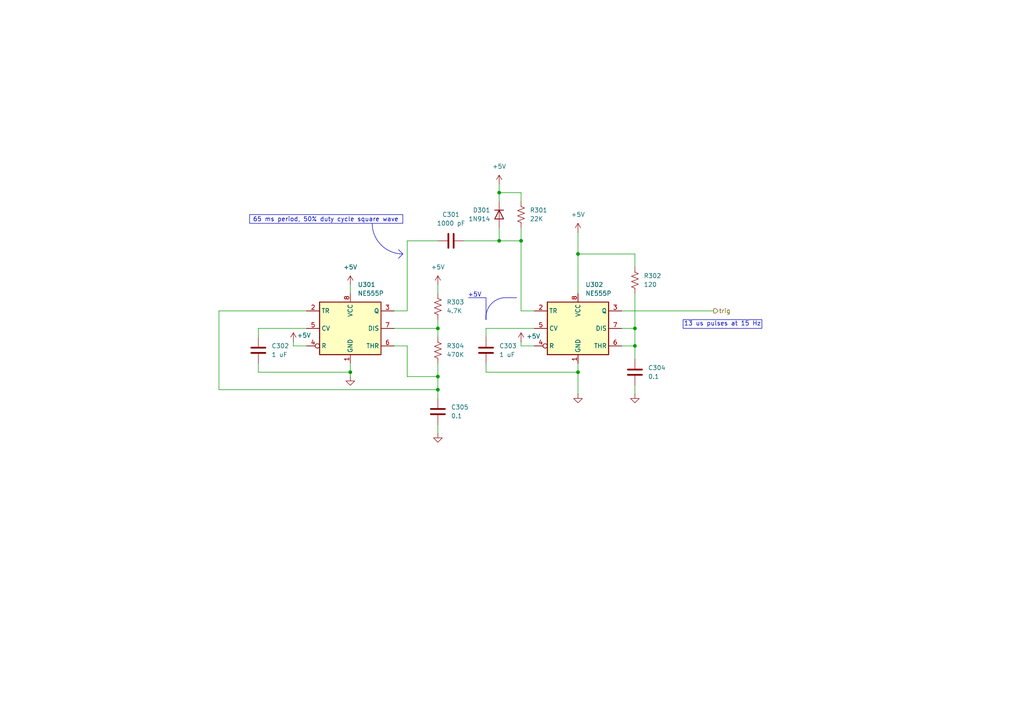
<source format=kicad_sch>
(kicad_sch
	(version 20250114)
	(generator "eeschema")
	(generator_version "9.0")
	(uuid "2dc4bf69-f65c-4fb6-8656-41c0b6e2f158")
	(paper "A4")
	(lib_symbols
		(symbol "Device:C"
			(pin_numbers
				(hide yes)
			)
			(pin_names
				(offset 0.254)
			)
			(exclude_from_sim no)
			(in_bom yes)
			(on_board yes)
			(property "Reference" "C"
				(at 0.635 2.54 0)
				(effects
					(font
						(size 1.27 1.27)
					)
					(justify left)
				)
			)
			(property "Value" "C"
				(at 0.635 -2.54 0)
				(effects
					(font
						(size 1.27 1.27)
					)
					(justify left)
				)
			)
			(property "Footprint" ""
				(at 0.9652 -3.81 0)
				(effects
					(font
						(size 1.27 1.27)
					)
					(hide yes)
				)
			)
			(property "Datasheet" "~"
				(at 0 0 0)
				(effects
					(font
						(size 1.27 1.27)
					)
					(hide yes)
				)
			)
			(property "Description" "Unpolarized capacitor"
				(at 0 0 0)
				(effects
					(font
						(size 1.27 1.27)
					)
					(hide yes)
				)
			)
			(property "ki_keywords" "cap capacitor"
				(at 0 0 0)
				(effects
					(font
						(size 1.27 1.27)
					)
					(hide yes)
				)
			)
			(property "ki_fp_filters" "C_*"
				(at 0 0 0)
				(effects
					(font
						(size 1.27 1.27)
					)
					(hide yes)
				)
			)
			(symbol "C_0_1"
				(polyline
					(pts
						(xy -2.032 0.762) (xy 2.032 0.762)
					)
					(stroke
						(width 0.508)
						(type default)
					)
					(fill
						(type none)
					)
				)
				(polyline
					(pts
						(xy -2.032 -0.762) (xy 2.032 -0.762)
					)
					(stroke
						(width 0.508)
						(type default)
					)
					(fill
						(type none)
					)
				)
			)
			(symbol "C_1_1"
				(pin passive line
					(at 0 3.81 270)
					(length 2.794)
					(name "~"
						(effects
							(font
								(size 1.27 1.27)
							)
						)
					)
					(number "1"
						(effects
							(font
								(size 1.27 1.27)
							)
						)
					)
				)
				(pin passive line
					(at 0 -3.81 90)
					(length 2.794)
					(name "~"
						(effects
							(font
								(size 1.27 1.27)
							)
						)
					)
					(number "2"
						(effects
							(font
								(size 1.27 1.27)
							)
						)
					)
				)
			)
			(embedded_fonts no)
		)
		(symbol "Device:D"
			(pin_numbers
				(hide yes)
			)
			(pin_names
				(offset 1.016)
				(hide yes)
			)
			(exclude_from_sim no)
			(in_bom yes)
			(on_board yes)
			(property "Reference" "D"
				(at 0 2.54 0)
				(effects
					(font
						(size 1.27 1.27)
					)
				)
			)
			(property "Value" "D"
				(at 0 -2.54 0)
				(effects
					(font
						(size 1.27 1.27)
					)
				)
			)
			(property "Footprint" ""
				(at 0 0 0)
				(effects
					(font
						(size 1.27 1.27)
					)
					(hide yes)
				)
			)
			(property "Datasheet" "~"
				(at 0 0 0)
				(effects
					(font
						(size 1.27 1.27)
					)
					(hide yes)
				)
			)
			(property "Description" "Diode"
				(at 0 0 0)
				(effects
					(font
						(size 1.27 1.27)
					)
					(hide yes)
				)
			)
			(property "Sim.Device" "D"
				(at 0 0 0)
				(effects
					(font
						(size 1.27 1.27)
					)
					(hide yes)
				)
			)
			(property "Sim.Pins" "1=K 2=A"
				(at 0 0 0)
				(effects
					(font
						(size 1.27 1.27)
					)
					(hide yes)
				)
			)
			(property "ki_keywords" "diode"
				(at 0 0 0)
				(effects
					(font
						(size 1.27 1.27)
					)
					(hide yes)
				)
			)
			(property "ki_fp_filters" "TO-???* *_Diode_* *SingleDiode* D_*"
				(at 0 0 0)
				(effects
					(font
						(size 1.27 1.27)
					)
					(hide yes)
				)
			)
			(symbol "D_0_1"
				(polyline
					(pts
						(xy -1.27 1.27) (xy -1.27 -1.27)
					)
					(stroke
						(width 0.254)
						(type default)
					)
					(fill
						(type none)
					)
				)
				(polyline
					(pts
						(xy 1.27 1.27) (xy 1.27 -1.27) (xy -1.27 0) (xy 1.27 1.27)
					)
					(stroke
						(width 0.254)
						(type default)
					)
					(fill
						(type none)
					)
				)
				(polyline
					(pts
						(xy 1.27 0) (xy -1.27 0)
					)
					(stroke
						(width 0)
						(type default)
					)
					(fill
						(type none)
					)
				)
			)
			(symbol "D_1_1"
				(pin passive line
					(at -3.81 0 0)
					(length 2.54)
					(name "K"
						(effects
							(font
								(size 1.27 1.27)
							)
						)
					)
					(number "1"
						(effects
							(font
								(size 1.27 1.27)
							)
						)
					)
				)
				(pin passive line
					(at 3.81 0 180)
					(length 2.54)
					(name "A"
						(effects
							(font
								(size 1.27 1.27)
							)
						)
					)
					(number "2"
						(effects
							(font
								(size 1.27 1.27)
							)
						)
					)
				)
			)
			(embedded_fonts no)
		)
		(symbol "Device:R_US"
			(pin_numbers
				(hide yes)
			)
			(pin_names
				(offset 0)
			)
			(exclude_from_sim no)
			(in_bom yes)
			(on_board yes)
			(property "Reference" "R"
				(at 2.54 0 90)
				(effects
					(font
						(size 1.27 1.27)
					)
				)
			)
			(property "Value" "R_US"
				(at -2.54 0 90)
				(effects
					(font
						(size 1.27 1.27)
					)
				)
			)
			(property "Footprint" ""
				(at 1.016 -0.254 90)
				(effects
					(font
						(size 1.27 1.27)
					)
					(hide yes)
				)
			)
			(property "Datasheet" "~"
				(at 0 0 0)
				(effects
					(font
						(size 1.27 1.27)
					)
					(hide yes)
				)
			)
			(property "Description" "Resistor, US symbol"
				(at 0 0 0)
				(effects
					(font
						(size 1.27 1.27)
					)
					(hide yes)
				)
			)
			(property "ki_keywords" "R res resistor"
				(at 0 0 0)
				(effects
					(font
						(size 1.27 1.27)
					)
					(hide yes)
				)
			)
			(property "ki_fp_filters" "R_*"
				(at 0 0 0)
				(effects
					(font
						(size 1.27 1.27)
					)
					(hide yes)
				)
			)
			(symbol "R_US_0_1"
				(polyline
					(pts
						(xy 0 2.286) (xy 0 2.54)
					)
					(stroke
						(width 0)
						(type default)
					)
					(fill
						(type none)
					)
				)
				(polyline
					(pts
						(xy 0 2.286) (xy 1.016 1.905) (xy 0 1.524) (xy -1.016 1.143) (xy 0 0.762)
					)
					(stroke
						(width 0)
						(type default)
					)
					(fill
						(type none)
					)
				)
				(polyline
					(pts
						(xy 0 0.762) (xy 1.016 0.381) (xy 0 0) (xy -1.016 -0.381) (xy 0 -0.762)
					)
					(stroke
						(width 0)
						(type default)
					)
					(fill
						(type none)
					)
				)
				(polyline
					(pts
						(xy 0 -0.762) (xy 1.016 -1.143) (xy 0 -1.524) (xy -1.016 -1.905) (xy 0 -2.286)
					)
					(stroke
						(width 0)
						(type default)
					)
					(fill
						(type none)
					)
				)
				(polyline
					(pts
						(xy 0 -2.286) (xy 0 -2.54)
					)
					(stroke
						(width 0)
						(type default)
					)
					(fill
						(type none)
					)
				)
			)
			(symbol "R_US_1_1"
				(pin passive line
					(at 0 3.81 270)
					(length 1.27)
					(name "~"
						(effects
							(font
								(size 1.27 1.27)
							)
						)
					)
					(number "1"
						(effects
							(font
								(size 1.27 1.27)
							)
						)
					)
				)
				(pin passive line
					(at 0 -3.81 90)
					(length 1.27)
					(name "~"
						(effects
							(font
								(size 1.27 1.27)
							)
						)
					)
					(number "2"
						(effects
							(font
								(size 1.27 1.27)
							)
						)
					)
				)
			)
			(embedded_fonts no)
		)
		(symbol "Timer:NE555P"
			(exclude_from_sim no)
			(in_bom yes)
			(on_board yes)
			(property "Reference" "U"
				(at -10.16 8.89 0)
				(effects
					(font
						(size 1.27 1.27)
					)
					(justify left)
				)
			)
			(property "Value" "NE555P"
				(at 2.54 8.89 0)
				(effects
					(font
						(size 1.27 1.27)
					)
					(justify left)
				)
			)
			(property "Footprint" "Package_DIP:DIP-8_W7.62mm"
				(at 16.51 -10.16 0)
				(effects
					(font
						(size 1.27 1.27)
					)
					(hide yes)
				)
			)
			(property "Datasheet" "http://www.ti.com/lit/ds/symlink/ne555.pdf"
				(at 21.59 -10.16 0)
				(effects
					(font
						(size 1.27 1.27)
					)
					(hide yes)
				)
			)
			(property "Description" "Precision Timers, 555 compatible,  PDIP-8"
				(at 0 0 0)
				(effects
					(font
						(size 1.27 1.27)
					)
					(hide yes)
				)
			)
			(property "ki_keywords" "single timer 555"
				(at 0 0 0)
				(effects
					(font
						(size 1.27 1.27)
					)
					(hide yes)
				)
			)
			(property "ki_fp_filters" "DIP*W7.62mm*"
				(at 0 0 0)
				(effects
					(font
						(size 1.27 1.27)
					)
					(hide yes)
				)
			)
			(symbol "NE555P_0_0"
				(pin power_in line
					(at 0 10.16 270)
					(length 2.54)
					(name "VCC"
						(effects
							(font
								(size 1.27 1.27)
							)
						)
					)
					(number "8"
						(effects
							(font
								(size 1.27 1.27)
							)
						)
					)
				)
				(pin power_in line
					(at 0 -10.16 90)
					(length 2.54)
					(name "GND"
						(effects
							(font
								(size 1.27 1.27)
							)
						)
					)
					(number "1"
						(effects
							(font
								(size 1.27 1.27)
							)
						)
					)
				)
			)
			(symbol "NE555P_0_1"
				(rectangle
					(start -8.89 -7.62)
					(end 8.89 7.62)
					(stroke
						(width 0.254)
						(type default)
					)
					(fill
						(type background)
					)
				)
				(rectangle
					(start -8.89 -7.62)
					(end 8.89 7.62)
					(stroke
						(width 0.254)
						(type default)
					)
					(fill
						(type background)
					)
				)
			)
			(symbol "NE555P_1_1"
				(pin input line
					(at -12.7 5.08 0)
					(length 3.81)
					(name "TR"
						(effects
							(font
								(size 1.27 1.27)
							)
						)
					)
					(number "2"
						(effects
							(font
								(size 1.27 1.27)
							)
						)
					)
				)
				(pin input line
					(at -12.7 0 0)
					(length 3.81)
					(name "CV"
						(effects
							(font
								(size 1.27 1.27)
							)
						)
					)
					(number "5"
						(effects
							(font
								(size 1.27 1.27)
							)
						)
					)
				)
				(pin input inverted
					(at -12.7 -5.08 0)
					(length 3.81)
					(name "R"
						(effects
							(font
								(size 1.27 1.27)
							)
						)
					)
					(number "4"
						(effects
							(font
								(size 1.27 1.27)
							)
						)
					)
				)
				(pin output line
					(at 12.7 5.08 180)
					(length 3.81)
					(name "Q"
						(effects
							(font
								(size 1.27 1.27)
							)
						)
					)
					(number "3"
						(effects
							(font
								(size 1.27 1.27)
							)
						)
					)
				)
				(pin input line
					(at 12.7 0 180)
					(length 3.81)
					(name "DIS"
						(effects
							(font
								(size 1.27 1.27)
							)
						)
					)
					(number "7"
						(effects
							(font
								(size 1.27 1.27)
							)
						)
					)
				)
				(pin input line
					(at 12.7 -5.08 180)
					(length 3.81)
					(name "THR"
						(effects
							(font
								(size 1.27 1.27)
							)
						)
					)
					(number "6"
						(effects
							(font
								(size 1.27 1.27)
							)
						)
					)
				)
			)
			(embedded_fonts no)
		)
		(symbol "power:+5V"
			(power)
			(pin_numbers
				(hide yes)
			)
			(pin_names
				(offset 0)
				(hide yes)
			)
			(exclude_from_sim no)
			(in_bom yes)
			(on_board yes)
			(property "Reference" "#PWR"
				(at 0 -3.81 0)
				(effects
					(font
						(size 1.27 1.27)
					)
					(hide yes)
				)
			)
			(property "Value" "+5V"
				(at 0 3.556 0)
				(effects
					(font
						(size 1.27 1.27)
					)
				)
			)
			(property "Footprint" ""
				(at 0 0 0)
				(effects
					(font
						(size 1.27 1.27)
					)
					(hide yes)
				)
			)
			(property "Datasheet" ""
				(at 0 0 0)
				(effects
					(font
						(size 1.27 1.27)
					)
					(hide yes)
				)
			)
			(property "Description" "Power symbol creates a global label with name \"+5V\""
				(at 0 0 0)
				(effects
					(font
						(size 1.27 1.27)
					)
					(hide yes)
				)
			)
			(property "ki_keywords" "global power"
				(at 0 0 0)
				(effects
					(font
						(size 1.27 1.27)
					)
					(hide yes)
				)
			)
			(symbol "+5V_0_1"
				(polyline
					(pts
						(xy -0.762 1.27) (xy 0 2.54)
					)
					(stroke
						(width 0)
						(type default)
					)
					(fill
						(type none)
					)
				)
				(polyline
					(pts
						(xy 0 2.54) (xy 0.762 1.27)
					)
					(stroke
						(width 0)
						(type default)
					)
					(fill
						(type none)
					)
				)
				(polyline
					(pts
						(xy 0 0) (xy 0 2.54)
					)
					(stroke
						(width 0)
						(type default)
					)
					(fill
						(type none)
					)
				)
			)
			(symbol "+5V_1_1"
				(pin power_in line
					(at 0 0 90)
					(length 0)
					(name "~"
						(effects
							(font
								(size 1.27 1.27)
							)
						)
					)
					(number "1"
						(effects
							(font
								(size 1.27 1.27)
							)
						)
					)
				)
			)
			(embedded_fonts no)
		)
		(symbol "power:GND"
			(power)
			(pin_numbers
				(hide yes)
			)
			(pin_names
				(offset 0)
				(hide yes)
			)
			(exclude_from_sim no)
			(in_bom yes)
			(on_board yes)
			(property "Reference" "#PWR"
				(at 0 -6.35 0)
				(effects
					(font
						(size 1.27 1.27)
					)
					(hide yes)
				)
			)
			(property "Value" "GND"
				(at 0 -3.81 0)
				(effects
					(font
						(size 1.27 1.27)
					)
				)
			)
			(property "Footprint" ""
				(at 0 0 0)
				(effects
					(font
						(size 1.27 1.27)
					)
					(hide yes)
				)
			)
			(property "Datasheet" ""
				(at 0 0 0)
				(effects
					(font
						(size 1.27 1.27)
					)
					(hide yes)
				)
			)
			(property "Description" "Power symbol creates a global label with name \"GND\" , ground"
				(at 0 0 0)
				(effects
					(font
						(size 1.27 1.27)
					)
					(hide yes)
				)
			)
			(property "ki_keywords" "global power"
				(at 0 0 0)
				(effects
					(font
						(size 1.27 1.27)
					)
					(hide yes)
				)
			)
			(symbol "GND_0_1"
				(polyline
					(pts
						(xy 0 0) (xy 0 -1.27) (xy 1.27 -1.27) (xy 0 -2.54) (xy -1.27 -1.27) (xy 0 -1.27)
					)
					(stroke
						(width 0)
						(type default)
					)
					(fill
						(type none)
					)
				)
			)
			(symbol "GND_1_1"
				(pin power_in line
					(at 0 0 270)
					(length 0)
					(name "~"
						(effects
							(font
								(size 1.27 1.27)
							)
						)
					)
					(number "1"
						(effects
							(font
								(size 1.27 1.27)
							)
						)
					)
				)
			)
			(embedded_fonts no)
		)
	)
	(arc
		(start 116.84 73.66)
		(mid 110.5538 71.0562)
		(end 107.95 64.77)
		(stroke
			(width 0)
			(type solid)
		)
		(fill
			(type none)
		)
		(uuid 13774db8-e855-4671-87b5-d445b5e25bc1)
	)
	(rectangle
		(start 198.12 92.71)
		(end 220.98 95.25)
		(stroke
			(width 0)
			(type default)
		)
		(fill
			(type none)
		)
		(uuid 7979dc21-5510-4875-98ff-790cfdeeaaf4)
	)
	(rectangle
		(start 72.39 62.23)
		(end 116.84 64.77)
		(stroke
			(width 0)
			(type default)
		)
		(fill
			(type none)
		)
		(uuid b99d0ce2-db6b-40cc-94c1-e42e54d414fb)
	)
	(arc
		(start 140.97 92.71)
		(mid 142.1949 88.4829)
		(end 146.05 86.36)
		(stroke
			(width 0)
			(type default)
		)
		(fill
			(type none)
		)
		(uuid c028ae72-9613-44a0-a697-3c0b2d4a73b1)
	)
	(text "+5V"
		(exclude_from_sim no)
		(at 137.668 85.598 0)
		(effects
			(font
				(size 1.27 1.27)
			)
		)
		(uuid "67f552d1-aa63-4b0c-b770-83d112ad03d1")
	)
	(text "13 us pulses at 15 Hz"
		(exclude_from_sim no)
		(at 209.55 93.98 0)
		(effects
			(font
				(size 1.27 1.27)
			)
		)
		(uuid "851c5935-3af9-4d8d-963c-3fa810233fe3")
	)
	(text "65 ms period, 50% duty cycle square wave"
		(exclude_from_sim no)
		(at 94.488 63.754 0)
		(effects
			(font
				(size 1.27 1.27)
			)
		)
		(uuid "febc7bc2-c694-4193-909c-f189c407c760")
	)
	(junction
		(at 144.78 55.88)
		(diameter 0)
		(color 0 0 0 0)
		(uuid "0647dc4b-07e9-4c19-8636-f16816f3c647")
	)
	(junction
		(at 127 113.03)
		(diameter 0)
		(color 0 0 0 0)
		(uuid "19517429-b1b9-44af-8bdd-8d6290d10564")
	)
	(junction
		(at 127 95.25)
		(diameter 0)
		(color 0 0 0 0)
		(uuid "1ddcd147-91e0-4dff-ac07-d1e527b9f523")
	)
	(junction
		(at 167.64 107.95)
		(diameter 0)
		(color 0 0 0 0)
		(uuid "1f554d1d-a2a8-45bf-b969-a8b3f899e8a5")
	)
	(junction
		(at 144.78 69.85)
		(diameter 0)
		(color 0 0 0 0)
		(uuid "1fcf6a2e-3f72-4604-80a1-3c8c6e8f1ec8")
	)
	(junction
		(at 184.15 95.25)
		(diameter 0)
		(color 0 0 0 0)
		(uuid "3239f451-757e-4ea0-be05-438e59fd360b")
	)
	(junction
		(at 167.64 73.66)
		(diameter 0)
		(color 0 0 0 0)
		(uuid "344c1ed4-cb30-4cfe-8c44-4ba3c9c0f55e")
	)
	(junction
		(at 151.13 69.85)
		(diameter 0)
		(color 0 0 0 0)
		(uuid "3f2b5e3e-3929-4af7-a250-a6f6487859a9")
	)
	(junction
		(at 127 109.22)
		(diameter 0)
		(color 0 0 0 0)
		(uuid "b3c09be9-ba78-458f-9e07-57952c4aeee0")
	)
	(junction
		(at 101.6 107.95)
		(diameter 0)
		(color 0 0 0 0)
		(uuid "c5d17cdf-51c5-41a0-824e-bb37a3362011")
	)
	(junction
		(at 184.15 100.33)
		(diameter 0)
		(color 0 0 0 0)
		(uuid "f368a674-8e10-46f3-a0b5-16fef485fca5")
	)
	(wire
		(pts
			(xy 118.11 69.85) (xy 127 69.85)
		)
		(stroke
			(width 0)
			(type default)
		)
		(uuid "0161e843-5e7b-481a-9a54-03b27556dc4b")
	)
	(wire
		(pts
			(xy 184.15 111.76) (xy 184.15 114.3)
		)
		(stroke
			(width 0)
			(type default)
		)
		(uuid "0a3623fd-d95e-41b5-894e-e1fc1d416796")
	)
	(wire
		(pts
			(xy 184.15 73.66) (xy 167.64 73.66)
		)
		(stroke
			(width 0)
			(type default)
		)
		(uuid "0effbf8c-371d-42b5-8d8d-e54af35b13d9")
	)
	(wire
		(pts
			(xy 127 92.71) (xy 127 95.25)
		)
		(stroke
			(width 0)
			(type default)
		)
		(uuid "24aee4dd-59fe-4b14-8ed8-3f845348c168")
	)
	(wire
		(pts
			(xy 184.15 95.25) (xy 184.15 100.33)
		)
		(stroke
			(width 0)
			(type default)
		)
		(uuid "26fe0f2b-9e1d-47be-92d8-ba6ba1af8bb7")
	)
	(wire
		(pts
			(xy 114.3 100.33) (xy 118.11 100.33)
		)
		(stroke
			(width 0)
			(type default)
		)
		(uuid "27e2e93f-c034-4fd1-aebd-016f7746537e")
	)
	(wire
		(pts
			(xy 101.6 105.41) (xy 101.6 107.95)
		)
		(stroke
			(width 0)
			(type default)
		)
		(uuid "28e36a96-a931-4817-989a-1f15446d3f53")
	)
	(wire
		(pts
			(xy 144.78 53.34) (xy 144.78 55.88)
		)
		(stroke
			(width 0)
			(type default)
		)
		(uuid "2e678bb3-f749-4686-82d6-d8a07c88a594")
	)
	(polyline
		(pts
			(xy 140.97 86.36) (xy 140.97 92.71)
		)
		(stroke
			(width 0)
			(type default)
		)
		(uuid "316357bc-6815-459a-aae7-f63164e049a7")
	)
	(wire
		(pts
			(xy 151.13 90.17) (xy 154.94 90.17)
		)
		(stroke
			(width 0)
			(type default)
		)
		(uuid "3553413e-5189-46ce-a637-f6f3319b7357")
	)
	(wire
		(pts
			(xy 85.09 99.06) (xy 85.09 100.33)
		)
		(stroke
			(width 0)
			(type default)
		)
		(uuid "377a3d49-1dcf-4225-b5ce-47607f91ec25")
	)
	(wire
		(pts
			(xy 88.9 95.25) (xy 74.93 95.25)
		)
		(stroke
			(width 0)
			(type default)
		)
		(uuid "38750cd3-4fad-4653-8ed3-ca5428f7d9fd")
	)
	(wire
		(pts
			(xy 151.13 55.88) (xy 144.78 55.88)
		)
		(stroke
			(width 0)
			(type default)
		)
		(uuid "3c0981b4-5155-43d7-8ec5-5d07cf061b3f")
	)
	(wire
		(pts
			(xy 127 109.22) (xy 127 113.03)
		)
		(stroke
			(width 0)
			(type default)
		)
		(uuid "402982ac-3962-41b6-b97f-5f7b437b1471")
	)
	(wire
		(pts
			(xy 118.11 109.22) (xy 127 109.22)
		)
		(stroke
			(width 0)
			(type default)
		)
		(uuid "4260f80b-6a5d-41c7-a085-419c57fbd414")
	)
	(wire
		(pts
			(xy 151.13 100.33) (xy 154.94 100.33)
		)
		(stroke
			(width 0)
			(type default)
		)
		(uuid "44807715-0d46-4b29-835a-cc505dfb96fe")
	)
	(wire
		(pts
			(xy 127 85.09) (xy 127 82.55)
		)
		(stroke
			(width 0)
			(type default)
		)
		(uuid "4a163f8c-f0a6-4335-90df-1b2060743524")
	)
	(wire
		(pts
			(xy 180.34 100.33) (xy 184.15 100.33)
		)
		(stroke
			(width 0)
			(type default)
		)
		(uuid "4ba2b872-6ff0-41f9-a816-59083e038eb1")
	)
	(wire
		(pts
			(xy 151.13 99.06) (xy 151.13 100.33)
		)
		(stroke
			(width 0)
			(type default)
		)
		(uuid "5a93bf7e-0645-4fc4-875d-d1fdad911ca6")
	)
	(wire
		(pts
			(xy 88.9 90.17) (xy 63.5 90.17)
		)
		(stroke
			(width 0)
			(type default)
		)
		(uuid "5eb96f9f-543f-42cd-9501-d8f6c9f9e307")
	)
	(wire
		(pts
			(xy 118.11 100.33) (xy 118.11 109.22)
		)
		(stroke
			(width 0)
			(type default)
		)
		(uuid "652dcd57-119a-43f0-a0bb-9740a1a103f8")
	)
	(wire
		(pts
			(xy 184.15 100.33) (xy 184.15 104.14)
		)
		(stroke
			(width 0)
			(type default)
		)
		(uuid "654da0a4-9a1b-4e38-9b2d-b9c2b7f0f92d")
	)
	(wire
		(pts
			(xy 151.13 66.04) (xy 151.13 69.85)
		)
		(stroke
			(width 0)
			(type default)
		)
		(uuid "71b16edf-c8ad-409a-b318-427e0b9e9966")
	)
	(wire
		(pts
			(xy 167.64 73.66) (xy 167.64 85.09)
		)
		(stroke
			(width 0)
			(type default)
		)
		(uuid "740c2481-15ee-4da2-b230-b7ff964fb43a")
	)
	(wire
		(pts
			(xy 167.64 107.95) (xy 167.64 114.3)
		)
		(stroke
			(width 0)
			(type default)
		)
		(uuid "78c32e60-e4f6-4756-9672-5ea7eea838af")
	)
	(wire
		(pts
			(xy 74.93 95.25) (xy 74.93 97.79)
		)
		(stroke
			(width 0)
			(type default)
		)
		(uuid "791c2e52-b86d-46e1-bc4e-f846fdec8b81")
	)
	(wire
		(pts
			(xy 74.93 105.41) (xy 74.93 107.95)
		)
		(stroke
			(width 0)
			(type default)
		)
		(uuid "7ba3d01f-bb92-4197-a736-66598390980b")
	)
	(wire
		(pts
			(xy 140.97 107.95) (xy 140.97 105.41)
		)
		(stroke
			(width 0)
			(type default)
		)
		(uuid "7deae053-f5f8-40d4-a198-15aad041451a")
	)
	(wire
		(pts
			(xy 101.6 107.95) (xy 101.6 109.22)
		)
		(stroke
			(width 0)
			(type default)
		)
		(uuid "891c1fca-1858-4e46-8c61-13b3436d5c29")
	)
	(polyline
		(pts
			(xy 115.57 72.39) (xy 116.84 73.66)
		)
		(stroke
			(width 0)
			(type default)
		)
		(uuid "96e82c4f-3bec-4083-91f1-cf31e95f00fd")
	)
	(wire
		(pts
			(xy 167.64 105.41) (xy 167.64 107.95)
		)
		(stroke
			(width 0)
			(type default)
		)
		(uuid "99df4024-2de0-4304-be6d-e1150245f57d")
	)
	(wire
		(pts
			(xy 180.34 95.25) (xy 184.15 95.25)
		)
		(stroke
			(width 0)
			(type default)
		)
		(uuid "9ac8fd37-01d7-41a7-b8f5-d2fd63a41776")
	)
	(wire
		(pts
			(xy 144.78 66.04) (xy 144.78 69.85)
		)
		(stroke
			(width 0)
			(type default)
		)
		(uuid "9bf4d59b-f7af-4184-bce1-29842dac12d0")
	)
	(wire
		(pts
			(xy 114.3 95.25) (xy 127 95.25)
		)
		(stroke
			(width 0)
			(type default)
		)
		(uuid "a25c187b-842f-464e-9e4f-a6607e29f41f")
	)
	(wire
		(pts
			(xy 127 113.03) (xy 127 115.57)
		)
		(stroke
			(width 0)
			(type default)
		)
		(uuid "a8e9aace-021c-43e2-9f8f-57bd54aa8843")
	)
	(wire
		(pts
			(xy 114.3 90.17) (xy 118.11 90.17)
		)
		(stroke
			(width 0)
			(type default)
		)
		(uuid "a8e9c7ee-de1c-4326-b6dd-151b11decb94")
	)
	(wire
		(pts
			(xy 63.5 113.03) (xy 127 113.03)
		)
		(stroke
			(width 0)
			(type default)
		)
		(uuid "ab832cf2-d195-477a-9158-9e7e23281dd5")
	)
	(wire
		(pts
			(xy 134.62 69.85) (xy 144.78 69.85)
		)
		(stroke
			(width 0)
			(type default)
		)
		(uuid "aec9158e-6fd3-4aa4-85b8-127c1a371dd5")
	)
	(wire
		(pts
			(xy 184.15 77.47) (xy 184.15 73.66)
		)
		(stroke
			(width 0)
			(type default)
		)
		(uuid "af3150e0-cc05-4bc9-b92e-b38bb4bb041b")
	)
	(wire
		(pts
			(xy 154.94 95.25) (xy 140.97 95.25)
		)
		(stroke
			(width 0)
			(type default)
		)
		(uuid "b3fccef4-180b-4d13-961c-af382fe35b1a")
	)
	(wire
		(pts
			(xy 151.13 69.85) (xy 144.78 69.85)
		)
		(stroke
			(width 0)
			(type default)
		)
		(uuid "b4a4c736-8bf9-4964-a805-d63985fd49fb")
	)
	(polyline
		(pts
			(xy 115.57 74.93) (xy 116.84 73.66)
		)
		(stroke
			(width 0)
			(type default)
		)
		(uuid "bb9388d1-f803-4e69-a054-cbb4201de300")
	)
	(wire
		(pts
			(xy 184.15 85.09) (xy 184.15 95.25)
		)
		(stroke
			(width 0)
			(type default)
		)
		(uuid "bd17bad4-2fbb-4e8e-8d3b-d9344de0244a")
	)
	(polyline
		(pts
			(xy 146.05 86.36) (xy 149.86 86.36)
		)
		(stroke
			(width 0)
			(type default)
		)
		(uuid "c1d41c36-995e-46ef-9137-54d59c309400")
	)
	(wire
		(pts
			(xy 127 105.41) (xy 127 109.22)
		)
		(stroke
			(width 0)
			(type default)
		)
		(uuid "c285b2fd-fb9e-40b7-b307-896749164ef1")
	)
	(wire
		(pts
			(xy 207.01 90.17) (xy 180.34 90.17)
		)
		(stroke
			(width 0)
			(type default)
		)
		(uuid "c4f13192-fcd8-455f-a4a4-c47eaf66dcf0")
	)
	(wire
		(pts
			(xy 167.64 107.95) (xy 140.97 107.95)
		)
		(stroke
			(width 0)
			(type default)
		)
		(uuid "c84bdb32-32d9-48e7-89a3-4de5cb2a7d9e")
	)
	(wire
		(pts
			(xy 127 123.19) (xy 127 125.73)
		)
		(stroke
			(width 0)
			(type default)
		)
		(uuid "cbc8cd35-2504-4b19-9b9a-dfcc570ad14e")
	)
	(wire
		(pts
			(xy 85.09 100.33) (xy 88.9 100.33)
		)
		(stroke
			(width 0)
			(type default)
		)
		(uuid "d2a16c9c-28d4-4501-95af-b61766f0434e")
	)
	(polyline
		(pts
			(xy 135.89 86.36) (xy 140.97 86.36)
		)
		(stroke
			(width 0)
			(type default)
		)
		(uuid "d351b4cc-1b40-4b74-b6a1-339157536eef")
	)
	(wire
		(pts
			(xy 151.13 69.85) (xy 151.13 90.17)
		)
		(stroke
			(width 0)
			(type default)
		)
		(uuid "d5764255-1e76-4caf-869e-2326b953d495")
	)
	(wire
		(pts
			(xy 118.11 69.85) (xy 118.11 90.17)
		)
		(stroke
			(width 0)
			(type default)
		)
		(uuid "e90580b5-2054-4220-9d9d-85d2c93898b7")
	)
	(wire
		(pts
			(xy 144.78 55.88) (xy 144.78 58.42)
		)
		(stroke
			(width 0)
			(type default)
		)
		(uuid "ea46f891-7a74-401b-952d-6ab2cdd86350")
	)
	(wire
		(pts
			(xy 127 95.25) (xy 127 97.79)
		)
		(stroke
			(width 0)
			(type default)
		)
		(uuid "ee3b2e25-b408-4de2-8d39-eb52682be294")
	)
	(wire
		(pts
			(xy 167.64 67.31) (xy 167.64 73.66)
		)
		(stroke
			(width 0)
			(type default)
		)
		(uuid "eeb9e18e-a031-4dbe-af6e-d19ccabf6020")
	)
	(wire
		(pts
			(xy 63.5 90.17) (xy 63.5 113.03)
		)
		(stroke
			(width 0)
			(type default)
		)
		(uuid "eee4c97f-4048-4c5e-8212-16c135937296")
	)
	(wire
		(pts
			(xy 74.93 107.95) (xy 101.6 107.95)
		)
		(stroke
			(width 0)
			(type default)
		)
		(uuid "f38f1e79-5651-4045-b5ab-88ebbe33ebc4")
	)
	(wire
		(pts
			(xy 151.13 58.42) (xy 151.13 55.88)
		)
		(stroke
			(width 0)
			(type default)
		)
		(uuid "f40c231e-d148-4129-825d-bb3be6b30a1a")
	)
	(wire
		(pts
			(xy 101.6 82.55) (xy 101.6 85.09)
		)
		(stroke
			(width 0)
			(type default)
		)
		(uuid "f601dd19-40b4-4c16-ac10-ebb2773965b3")
	)
	(wire
		(pts
			(xy 140.97 95.25) (xy 140.97 97.79)
		)
		(stroke
			(width 0)
			(type default)
		)
		(uuid "fd4f348f-da5d-476c-b391-db2720c82f0e")
	)
	(hierarchical_label "trig"
		(shape output)
		(at 207.01 90.17 0)
		(effects
			(font
				(size 1.27 1.27)
			)
			(justify left)
		)
		(uuid "48b4cf28-b6f2-4727-bf9d-fa7a08749c24")
	)
	(symbol
		(lib_id "Device:D")
		(at 144.78 62.23 90)
		(mirror x)
		(unit 1)
		(exclude_from_sim no)
		(in_bom yes)
		(on_board yes)
		(dnp no)
		(uuid "079a4520-4d98-4580-919c-da0819cdd6a2")
		(property "Reference" "D301"
			(at 142.24 60.9599 90)
			(effects
				(font
					(size 1.27 1.27)
				)
				(justify left)
			)
		)
		(property "Value" "1N914"
			(at 142.24 63.4999 90)
			(effects
				(font
					(size 1.27 1.27)
				)
				(justify left)
			)
		)
		(property "Footprint" ""
			(at 144.78 62.23 0)
			(effects
				(font
					(size 1.27 1.27)
				)
				(hide yes)
			)
		)
		(property "Datasheet" "~"
			(at 144.78 62.23 0)
			(effects
				(font
					(size 1.27 1.27)
				)
				(hide yes)
			)
		)
		(property "Description" "Diode"
			(at 144.78 62.23 0)
			(effects
				(font
					(size 1.27 1.27)
				)
				(hide yes)
			)
		)
		(property "Sim.Device" "D"
			(at 144.78 62.23 0)
			(effects
				(font
					(size 1.27 1.27)
				)
				(hide yes)
			)
		)
		(property "Sim.Pins" "1=K 2=A"
			(at 144.78 62.23 0)
			(effects
				(font
					(size 1.27 1.27)
				)
				(hide yes)
			)
		)
		(pin "1"
			(uuid "e0074455-cd96-4f65-b449-ba97f24365a4")
		)
		(pin "2"
			(uuid "ce1bda69-9757-4157-8efb-9fcbdeda8fab")
		)
		(instances
			(project "garagelights"
				(path "/8304b3b7-1ae3-4935-a8ef-a9ab1b0a3004/b4308d9c-aa08-44cc-af58-c75020870cc7"
					(reference "D301")
					(unit 1)
				)
			)
		)
	)
	(symbol
		(lib_id "power:+5V")
		(at 85.09 99.06 0)
		(unit 1)
		(exclude_from_sim no)
		(in_bom yes)
		(on_board yes)
		(dnp no)
		(uuid "0e47908d-672a-48fb-a4da-9d0dcd034c54")
		(property "Reference" "#PWR0305"
			(at 85.09 102.87 0)
			(effects
				(font
					(size 1.27 1.27)
				)
				(hide yes)
			)
		)
		(property "Value" "+5V"
			(at 88.138 97.282 0)
			(effects
				(font
					(size 1.27 1.27)
				)
			)
		)
		(property "Footprint" ""
			(at 85.09 99.06 0)
			(effects
				(font
					(size 1.27 1.27)
				)
				(hide yes)
			)
		)
		(property "Datasheet" ""
			(at 85.09 99.06 0)
			(effects
				(font
					(size 1.27 1.27)
				)
				(hide yes)
			)
		)
		(property "Description" "Power symbol creates a global label with name \"+5V\""
			(at 85.09 99.06 0)
			(effects
				(font
					(size 1.27 1.27)
				)
				(hide yes)
			)
		)
		(pin "1"
			(uuid "a11034fe-3fd2-4e00-9543-f8654bc8c125")
		)
		(instances
			(project "garagelights"
				(path "/8304b3b7-1ae3-4935-a8ef-a9ab1b0a3004/b4308d9c-aa08-44cc-af58-c75020870cc7"
					(reference "#PWR0305")
					(unit 1)
				)
			)
		)
	)
	(symbol
		(lib_id "Timer:NE555P")
		(at 101.6 95.25 0)
		(unit 1)
		(exclude_from_sim no)
		(in_bom yes)
		(on_board yes)
		(dnp no)
		(fields_autoplaced yes)
		(uuid "16895800-9465-44b3-a96b-9799ba7a49ab")
		(property "Reference" "U301"
			(at 103.7433 82.55 0)
			(effects
				(font
					(size 1.27 1.27)
				)
				(justify left)
			)
		)
		(property "Value" "NE555P"
			(at 103.7433 85.09 0)
			(effects
				(font
					(size 1.27 1.27)
				)
				(justify left)
			)
		)
		(property "Footprint" "Package_DIP:DIP-8_W7.62mm"
			(at 118.11 105.41 0)
			(effects
				(font
					(size 1.27 1.27)
				)
				(hide yes)
			)
		)
		(property "Datasheet" "http://www.ti.com/lit/ds/symlink/ne555.pdf"
			(at 123.19 105.41 0)
			(effects
				(font
					(size 1.27 1.27)
				)
				(hide yes)
			)
		)
		(property "Description" "Precision Timers, 555 compatible,  PDIP-8"
			(at 101.6 95.25 0)
			(effects
				(font
					(size 1.27 1.27)
				)
				(hide yes)
			)
		)
		(pin "7"
			(uuid "df9a14f1-058e-4aaf-a7c3-0402973e85e2")
		)
		(pin "8"
			(uuid "d479fe91-7819-4fe1-8745-be0627398805")
		)
		(pin "2"
			(uuid "b7fe36ef-a9b4-4233-920a-809defa1c01f")
		)
		(pin "1"
			(uuid "27809bf2-15d4-443b-9a29-bf209247dacd")
		)
		(pin "5"
			(uuid "9b3371b3-e91b-4aa1-8c4c-bc6fc04b8eea")
		)
		(pin "3"
			(uuid "5cd3188c-c66a-4669-9d15-afdef1ed2b90")
		)
		(pin "6"
			(uuid "9ee00a07-37a2-45b6-80ae-f6905b30bee2")
		)
		(pin "4"
			(uuid "dd3de629-114c-4d00-a509-7d92ff5f7a19")
		)
		(instances
			(project "garagelights"
				(path "/8304b3b7-1ae3-4935-a8ef-a9ab1b0a3004/b4308d9c-aa08-44cc-af58-c75020870cc7"
					(reference "U301")
					(unit 1)
				)
			)
		)
	)
	(symbol
		(lib_id "Device:R_US")
		(at 184.15 81.28 0)
		(unit 1)
		(exclude_from_sim no)
		(in_bom yes)
		(on_board yes)
		(dnp no)
		(fields_autoplaced yes)
		(uuid "295b1f0f-8640-4e45-929f-eddd3049691e")
		(property "Reference" "R302"
			(at 186.69 80.0099 0)
			(effects
				(font
					(size 1.27 1.27)
				)
				(justify left)
			)
		)
		(property "Value" "120"
			(at 186.69 82.5499 0)
			(effects
				(font
					(size 1.27 1.27)
				)
				(justify left)
			)
		)
		(property "Footprint" ""
			(at 185.166 81.534 90)
			(effects
				(font
					(size 1.27 1.27)
				)
				(hide yes)
			)
		)
		(property "Datasheet" "~"
			(at 184.15 81.28 0)
			(effects
				(font
					(size 1.27 1.27)
				)
				(hide yes)
			)
		)
		(property "Description" "Resistor, US symbol"
			(at 184.15 81.28 0)
			(effects
				(font
					(size 1.27 1.27)
				)
				(hide yes)
			)
		)
		(pin "1"
			(uuid "a0c4cabe-8619-4a40-91b1-9361cc016efb")
		)
		(pin "2"
			(uuid "e0be1b67-fdeb-4955-baa7-148931a9ad48")
		)
		(instances
			(project ""
				(path "/8304b3b7-1ae3-4935-a8ef-a9ab1b0a3004/b4308d9c-aa08-44cc-af58-c75020870cc7"
					(reference "R302")
					(unit 1)
				)
			)
		)
	)
	(symbol
		(lib_id "power:GND")
		(at 101.6 109.22 0)
		(unit 1)
		(exclude_from_sim no)
		(in_bom yes)
		(on_board yes)
		(dnp no)
		(fields_autoplaced yes)
		(uuid "296566bd-266b-451c-97c4-3005be925c4f")
		(property "Reference" "#PWR0307"
			(at 101.6 115.57 0)
			(effects
				(font
					(size 1.27 1.27)
				)
				(hide yes)
			)
		)
		(property "Value" "GND"
			(at 101.6 114.3 0)
			(effects
				(font
					(size 1.27 1.27)
				)
				(hide yes)
			)
		)
		(property "Footprint" ""
			(at 101.6 109.22 0)
			(effects
				(font
					(size 1.27 1.27)
				)
				(hide yes)
			)
		)
		(property "Datasheet" ""
			(at 101.6 109.22 0)
			(effects
				(font
					(size 1.27 1.27)
				)
				(hide yes)
			)
		)
		(property "Description" "Power symbol creates a global label with name \"GND\" , ground"
			(at 101.6 109.22 0)
			(effects
				(font
					(size 1.27 1.27)
				)
				(hide yes)
			)
		)
		(pin "1"
			(uuid "5b27a390-1cc8-45e3-ba17-d9ea5d2d00f5")
		)
		(instances
			(project ""
				(path "/8304b3b7-1ae3-4935-a8ef-a9ab1b0a3004/b4308d9c-aa08-44cc-af58-c75020870cc7"
					(reference "#PWR0307")
					(unit 1)
				)
			)
		)
	)
	(symbol
		(lib_id "power:+5V")
		(at 127 82.55 0)
		(unit 1)
		(exclude_from_sim no)
		(in_bom yes)
		(on_board yes)
		(dnp no)
		(fields_autoplaced yes)
		(uuid "2dfa14dd-7af8-4bfd-bfc1-a362d6adf6a6")
		(property "Reference" "#PWR0304"
			(at 127 86.36 0)
			(effects
				(font
					(size 1.27 1.27)
				)
				(hide yes)
			)
		)
		(property "Value" "+5V"
			(at 127 77.47 0)
			(effects
				(font
					(size 1.27 1.27)
				)
			)
		)
		(property "Footprint" ""
			(at 127 82.55 0)
			(effects
				(font
					(size 1.27 1.27)
				)
				(hide yes)
			)
		)
		(property "Datasheet" ""
			(at 127 82.55 0)
			(effects
				(font
					(size 1.27 1.27)
				)
				(hide yes)
			)
		)
		(property "Description" "Power symbol creates a global label with name \"+5V\""
			(at 127 82.55 0)
			(effects
				(font
					(size 1.27 1.27)
				)
				(hide yes)
			)
		)
		(pin "1"
			(uuid "b93ae33d-19da-47ed-a707-f1a46bb07dd6")
		)
		(instances
			(project "garagelights"
				(path "/8304b3b7-1ae3-4935-a8ef-a9ab1b0a3004/b4308d9c-aa08-44cc-af58-c75020870cc7"
					(reference "#PWR0304")
					(unit 1)
				)
			)
		)
	)
	(symbol
		(lib_id "power:+5V")
		(at 144.78 53.34 0)
		(unit 1)
		(exclude_from_sim no)
		(in_bom yes)
		(on_board yes)
		(dnp no)
		(fields_autoplaced yes)
		(uuid "38a8fec1-778d-4ecb-8bd5-5fa7f06a9e69")
		(property "Reference" "#PWR0301"
			(at 144.78 57.15 0)
			(effects
				(font
					(size 1.27 1.27)
				)
				(hide yes)
			)
		)
		(property "Value" "+5V"
			(at 144.78 48.26 0)
			(effects
				(font
					(size 1.27 1.27)
				)
			)
		)
		(property "Footprint" ""
			(at 144.78 53.34 0)
			(effects
				(font
					(size 1.27 1.27)
				)
				(hide yes)
			)
		)
		(property "Datasheet" ""
			(at 144.78 53.34 0)
			(effects
				(font
					(size 1.27 1.27)
				)
				(hide yes)
			)
		)
		(property "Description" "Power symbol creates a global label with name \"+5V\""
			(at 144.78 53.34 0)
			(effects
				(font
					(size 1.27 1.27)
				)
				(hide yes)
			)
		)
		(pin "1"
			(uuid "fbf49b25-edd7-4887-b69a-b36a393e3e13")
		)
		(instances
			(project "garagelights"
				(path "/8304b3b7-1ae3-4935-a8ef-a9ab1b0a3004/b4308d9c-aa08-44cc-af58-c75020870cc7"
					(reference "#PWR0301")
					(unit 1)
				)
			)
		)
	)
	(symbol
		(lib_id "power:+5V")
		(at 167.64 67.31 0)
		(unit 1)
		(exclude_from_sim no)
		(in_bom yes)
		(on_board yes)
		(dnp no)
		(fields_autoplaced yes)
		(uuid "3cd81248-95a3-45dd-8412-07533d458f5b")
		(property "Reference" "#PWR0302"
			(at 167.64 71.12 0)
			(effects
				(font
					(size 1.27 1.27)
				)
				(hide yes)
			)
		)
		(property "Value" "+5V"
			(at 167.64 62.23 0)
			(effects
				(font
					(size 1.27 1.27)
				)
			)
		)
		(property "Footprint" ""
			(at 167.64 67.31 0)
			(effects
				(font
					(size 1.27 1.27)
				)
				(hide yes)
			)
		)
		(property "Datasheet" ""
			(at 167.64 67.31 0)
			(effects
				(font
					(size 1.27 1.27)
				)
				(hide yes)
			)
		)
		(property "Description" "Power symbol creates a global label with name \"+5V\""
			(at 167.64 67.31 0)
			(effects
				(font
					(size 1.27 1.27)
				)
				(hide yes)
			)
		)
		(pin "1"
			(uuid "2ebf780a-9826-42a5-a679-e54c8ae377dc")
		)
		(instances
			(project ""
				(path "/8304b3b7-1ae3-4935-a8ef-a9ab1b0a3004/b4308d9c-aa08-44cc-af58-c75020870cc7"
					(reference "#PWR0302")
					(unit 1)
				)
			)
		)
	)
	(symbol
		(lib_id "Device:R_US")
		(at 127 88.9 0)
		(unit 1)
		(exclude_from_sim no)
		(in_bom yes)
		(on_board yes)
		(dnp no)
		(fields_autoplaced yes)
		(uuid "47e8f4fc-43d1-4803-a110-0e24a053f204")
		(property "Reference" "R303"
			(at 129.54 87.6299 0)
			(effects
				(font
					(size 1.27 1.27)
				)
				(justify left)
			)
		)
		(property "Value" "4.7K"
			(at 129.54 90.1699 0)
			(effects
				(font
					(size 1.27 1.27)
				)
				(justify left)
			)
		)
		(property "Footprint" ""
			(at 128.016 89.154 90)
			(effects
				(font
					(size 1.27 1.27)
				)
				(hide yes)
			)
		)
		(property "Datasheet" "~"
			(at 127 88.9 0)
			(effects
				(font
					(size 1.27 1.27)
				)
				(hide yes)
			)
		)
		(property "Description" "Resistor, US symbol"
			(at 127 88.9 0)
			(effects
				(font
					(size 1.27 1.27)
				)
				(hide yes)
			)
		)
		(pin "1"
			(uuid "bf5c21f5-89fd-4b3d-91b3-4f720fb61f39")
		)
		(pin "2"
			(uuid "15047739-0626-4565-8ec3-b9099af2cd97")
		)
		(instances
			(project "garagelights"
				(path "/8304b3b7-1ae3-4935-a8ef-a9ab1b0a3004/b4308d9c-aa08-44cc-af58-c75020870cc7"
					(reference "R303")
					(unit 1)
				)
			)
		)
	)
	(symbol
		(lib_id "power:+5V")
		(at 101.6 82.55 0)
		(unit 1)
		(exclude_from_sim no)
		(in_bom yes)
		(on_board yes)
		(dnp no)
		(fields_autoplaced yes)
		(uuid "518c4b73-e6cf-4f40-89d3-6382568a4ced")
		(property "Reference" "#PWR0303"
			(at 101.6 86.36 0)
			(effects
				(font
					(size 1.27 1.27)
				)
				(hide yes)
			)
		)
		(property "Value" "+5V"
			(at 101.6 77.47 0)
			(effects
				(font
					(size 1.27 1.27)
				)
			)
		)
		(property "Footprint" ""
			(at 101.6 82.55 0)
			(effects
				(font
					(size 1.27 1.27)
				)
				(hide yes)
			)
		)
		(property "Datasheet" ""
			(at 101.6 82.55 0)
			(effects
				(font
					(size 1.27 1.27)
				)
				(hide yes)
			)
		)
		(property "Description" "Power symbol creates a global label with name \"+5V\""
			(at 101.6 82.55 0)
			(effects
				(font
					(size 1.27 1.27)
				)
				(hide yes)
			)
		)
		(pin "1"
			(uuid "99456b61-4761-4835-82ed-ac0705aba97e")
		)
		(instances
			(project "garagelights"
				(path "/8304b3b7-1ae3-4935-a8ef-a9ab1b0a3004/b4308d9c-aa08-44cc-af58-c75020870cc7"
					(reference "#PWR0303")
					(unit 1)
				)
			)
		)
	)
	(symbol
		(lib_id "power:GND")
		(at 167.64 114.3 0)
		(unit 1)
		(exclude_from_sim no)
		(in_bom yes)
		(on_board yes)
		(dnp no)
		(fields_autoplaced yes)
		(uuid "5611c391-af01-4029-b97e-c0c13c8a73a2")
		(property "Reference" "#PWR0308"
			(at 167.64 120.65 0)
			(effects
				(font
					(size 1.27 1.27)
				)
				(hide yes)
			)
		)
		(property "Value" "GND"
			(at 167.64 119.38 0)
			(effects
				(font
					(size 1.27 1.27)
				)
				(hide yes)
			)
		)
		(property "Footprint" ""
			(at 167.64 114.3 0)
			(effects
				(font
					(size 1.27 1.27)
				)
				(hide yes)
			)
		)
		(property "Datasheet" ""
			(at 167.64 114.3 0)
			(effects
				(font
					(size 1.27 1.27)
				)
				(hide yes)
			)
		)
		(property "Description" "Power symbol creates a global label with name \"GND\" , ground"
			(at 167.64 114.3 0)
			(effects
				(font
					(size 1.27 1.27)
				)
				(hide yes)
			)
		)
		(pin "1"
			(uuid "7225d0f6-4b5d-4ed6-bcd4-9a5e7708e046")
		)
		(instances
			(project ""
				(path "/8304b3b7-1ae3-4935-a8ef-a9ab1b0a3004/b4308d9c-aa08-44cc-af58-c75020870cc7"
					(reference "#PWR0308")
					(unit 1)
				)
			)
		)
	)
	(symbol
		(lib_id "power:GND")
		(at 127 125.73 0)
		(unit 1)
		(exclude_from_sim no)
		(in_bom yes)
		(on_board yes)
		(dnp no)
		(fields_autoplaced yes)
		(uuid "67333c80-3369-4524-98ee-75501645100a")
		(property "Reference" "#PWR0310"
			(at 127 132.08 0)
			(effects
				(font
					(size 1.27 1.27)
				)
				(hide yes)
			)
		)
		(property "Value" "GND"
			(at 127 130.81 0)
			(effects
				(font
					(size 1.27 1.27)
				)
				(hide yes)
			)
		)
		(property "Footprint" ""
			(at 127 125.73 0)
			(effects
				(font
					(size 1.27 1.27)
				)
				(hide yes)
			)
		)
		(property "Datasheet" ""
			(at 127 125.73 0)
			(effects
				(font
					(size 1.27 1.27)
				)
				(hide yes)
			)
		)
		(property "Description" "Power symbol creates a global label with name \"GND\" , ground"
			(at 127 125.73 0)
			(effects
				(font
					(size 1.27 1.27)
				)
				(hide yes)
			)
		)
		(pin "1"
			(uuid "9381d653-abaa-45ca-a39e-ddbd53904496")
		)
		(instances
			(project ""
				(path "/8304b3b7-1ae3-4935-a8ef-a9ab1b0a3004/b4308d9c-aa08-44cc-af58-c75020870cc7"
					(reference "#PWR0310")
					(unit 1)
				)
			)
		)
	)
	(symbol
		(lib_id "Device:C")
		(at 184.15 107.95 0)
		(unit 1)
		(exclude_from_sim no)
		(in_bom yes)
		(on_board yes)
		(dnp no)
		(fields_autoplaced yes)
		(uuid "67d19a78-1727-4e86-89ec-3864270718a4")
		(property "Reference" "C304"
			(at 187.96 106.6799 0)
			(effects
				(font
					(size 1.27 1.27)
				)
				(justify left)
			)
		)
		(property "Value" "0.1"
			(at 187.96 109.2199 0)
			(effects
				(font
					(size 1.27 1.27)
				)
				(justify left)
			)
		)
		(property "Footprint" ""
			(at 185.1152 111.76 0)
			(effects
				(font
					(size 1.27 1.27)
				)
				(hide yes)
			)
		)
		(property "Datasheet" "~"
			(at 184.15 107.95 0)
			(effects
				(font
					(size 1.27 1.27)
				)
				(hide yes)
			)
		)
		(property "Description" "Unpolarized capacitor"
			(at 184.15 107.95 0)
			(effects
				(font
					(size 1.27 1.27)
				)
				(hide yes)
			)
		)
		(pin "2"
			(uuid "968c873b-8341-4bf5-84ff-451c353c8310")
		)
		(pin "1"
			(uuid "86801b11-8845-4a03-b0f6-d6b8c44e4335")
		)
		(instances
			(project "garagelights"
				(path "/8304b3b7-1ae3-4935-a8ef-a9ab1b0a3004/b4308d9c-aa08-44cc-af58-c75020870cc7"
					(reference "C304")
					(unit 1)
				)
			)
		)
	)
	(symbol
		(lib_id "Device:C")
		(at 127 119.38 0)
		(unit 1)
		(exclude_from_sim no)
		(in_bom yes)
		(on_board yes)
		(dnp no)
		(fields_autoplaced yes)
		(uuid "6df058f6-da8b-4e69-8f9c-2b871275ff47")
		(property "Reference" "C305"
			(at 130.81 118.1099 0)
			(effects
				(font
					(size 1.27 1.27)
				)
				(justify left)
			)
		)
		(property "Value" "0.1"
			(at 130.81 120.6499 0)
			(effects
				(font
					(size 1.27 1.27)
				)
				(justify left)
			)
		)
		(property "Footprint" ""
			(at 127.9652 123.19 0)
			(effects
				(font
					(size 1.27 1.27)
				)
				(hide yes)
			)
		)
		(property "Datasheet" "~"
			(at 127 119.38 0)
			(effects
				(font
					(size 1.27 1.27)
				)
				(hide yes)
			)
		)
		(property "Description" "Unpolarized capacitor"
			(at 127 119.38 0)
			(effects
				(font
					(size 1.27 1.27)
				)
				(hide yes)
			)
		)
		(pin "2"
			(uuid "234a56c3-8834-4a4f-81b2-8051b7a7840f")
		)
		(pin "1"
			(uuid "804eaa05-7db6-4532-b997-ee4c1eaf6f13")
		)
		(instances
			(project ""
				(path "/8304b3b7-1ae3-4935-a8ef-a9ab1b0a3004/b4308d9c-aa08-44cc-af58-c75020870cc7"
					(reference "C305")
					(unit 1)
				)
			)
		)
	)
	(symbol
		(lib_id "Device:R_US")
		(at 151.13 62.23 0)
		(unit 1)
		(exclude_from_sim no)
		(in_bom yes)
		(on_board yes)
		(dnp no)
		(fields_autoplaced yes)
		(uuid "78e79708-4c28-4195-a150-0ebae2f22854")
		(property "Reference" "R301"
			(at 153.67 60.9599 0)
			(effects
				(font
					(size 1.27 1.27)
				)
				(justify left)
			)
		)
		(property "Value" "22K"
			(at 153.67 63.4999 0)
			(effects
				(font
					(size 1.27 1.27)
				)
				(justify left)
			)
		)
		(property "Footprint" ""
			(at 152.146 62.484 90)
			(effects
				(font
					(size 1.27 1.27)
				)
				(hide yes)
			)
		)
		(property "Datasheet" "~"
			(at 151.13 62.23 0)
			(effects
				(font
					(size 1.27 1.27)
				)
				(hide yes)
			)
		)
		(property "Description" "Resistor, US symbol"
			(at 151.13 62.23 0)
			(effects
				(font
					(size 1.27 1.27)
				)
				(hide yes)
			)
		)
		(pin "2"
			(uuid "10d48283-eaab-4264-8ac2-6647b4113bf2")
		)
		(pin "1"
			(uuid "2a8b6d09-3709-492a-9d03-20a4f0f79439")
		)
		(instances
			(project "garagelights"
				(path "/8304b3b7-1ae3-4935-a8ef-a9ab1b0a3004/b4308d9c-aa08-44cc-af58-c75020870cc7"
					(reference "R301")
					(unit 1)
				)
			)
		)
	)
	(symbol
		(lib_id "power:GND")
		(at 184.15 114.3 0)
		(unit 1)
		(exclude_from_sim no)
		(in_bom yes)
		(on_board yes)
		(dnp no)
		(fields_autoplaced yes)
		(uuid "7b5ebfdb-9c54-48c5-af72-8c12bc2c5b94")
		(property "Reference" "#PWR0309"
			(at 184.15 120.65 0)
			(effects
				(font
					(size 1.27 1.27)
				)
				(hide yes)
			)
		)
		(property "Value" "GND"
			(at 184.15 119.38 0)
			(effects
				(font
					(size 1.27 1.27)
				)
				(hide yes)
			)
		)
		(property "Footprint" ""
			(at 184.15 114.3 0)
			(effects
				(font
					(size 1.27 1.27)
				)
				(hide yes)
			)
		)
		(property "Datasheet" ""
			(at 184.15 114.3 0)
			(effects
				(font
					(size 1.27 1.27)
				)
				(hide yes)
			)
		)
		(property "Description" "Power symbol creates a global label with name \"GND\" , ground"
			(at 184.15 114.3 0)
			(effects
				(font
					(size 1.27 1.27)
				)
				(hide yes)
			)
		)
		(pin "1"
			(uuid "c5bd6afb-b184-40db-a448-2e37fec4a2c4")
		)
		(instances
			(project "garagelights"
				(path "/8304b3b7-1ae3-4935-a8ef-a9ab1b0a3004/b4308d9c-aa08-44cc-af58-c75020870cc7"
					(reference "#PWR0309")
					(unit 1)
				)
			)
		)
	)
	(symbol
		(lib_id "Timer:NE555P")
		(at 167.64 95.25 0)
		(unit 1)
		(exclude_from_sim no)
		(in_bom yes)
		(on_board yes)
		(dnp no)
		(fields_autoplaced yes)
		(uuid "7ca2942e-41a6-434e-a97b-eb0d8a95b54b")
		(property "Reference" "U302"
			(at 169.7833 82.55 0)
			(effects
				(font
					(size 1.27 1.27)
				)
				(justify left)
			)
		)
		(property "Value" "NE555P"
			(at 169.7833 85.09 0)
			(effects
				(font
					(size 1.27 1.27)
				)
				(justify left)
			)
		)
		(property "Footprint" "Package_DIP:DIP-8_W7.62mm"
			(at 184.15 105.41 0)
			(effects
				(font
					(size 1.27 1.27)
				)
				(hide yes)
			)
		)
		(property "Datasheet" "http://www.ti.com/lit/ds/symlink/ne555.pdf"
			(at 189.23 105.41 0)
			(effects
				(font
					(size 1.27 1.27)
				)
				(hide yes)
			)
		)
		(property "Description" "Precision Timers, 555 compatible,  PDIP-8"
			(at 167.64 95.25 0)
			(effects
				(font
					(size 1.27 1.27)
				)
				(hide yes)
			)
		)
		(pin "7"
			(uuid "bf5da65a-9d50-4a04-8a32-8f8296ed3da4")
		)
		(pin "8"
			(uuid "8eeaf0cb-e1ac-4f8a-b1dc-c9adaf6be5f2")
		)
		(pin "2"
			(uuid "25a0db43-2f20-49e7-a984-c03b353c4218")
		)
		(pin "1"
			(uuid "ec0e20f6-baab-42ae-8d2b-e0e18fa038fb")
		)
		(pin "5"
			(uuid "1db587a0-d5c5-43ec-ab52-62dc5690a2e3")
		)
		(pin "3"
			(uuid "9705c47a-0942-4355-a2f7-e37ffecd1a34")
		)
		(pin "6"
			(uuid "7779d4e1-1103-42ba-b7a7-879057d56b9f")
		)
		(pin "4"
			(uuid "8852dab3-5f72-406e-8f55-5bb2a905748e")
		)
		(instances
			(project "garagelights"
				(path "/8304b3b7-1ae3-4935-a8ef-a9ab1b0a3004/b4308d9c-aa08-44cc-af58-c75020870cc7"
					(reference "U302")
					(unit 1)
				)
			)
		)
	)
	(symbol
		(lib_id "Device:R_US")
		(at 127 101.6 0)
		(unit 1)
		(exclude_from_sim no)
		(in_bom yes)
		(on_board yes)
		(dnp no)
		(fields_autoplaced yes)
		(uuid "acd65515-1ab3-48e6-afa7-bd5174f13398")
		(property "Reference" "R304"
			(at 129.54 100.3299 0)
			(effects
				(font
					(size 1.27 1.27)
				)
				(justify left)
			)
		)
		(property "Value" "470K"
			(at 129.54 102.8699 0)
			(effects
				(font
					(size 1.27 1.27)
				)
				(justify left)
			)
		)
		(property "Footprint" ""
			(at 128.016 101.854 90)
			(effects
				(font
					(size 1.27 1.27)
				)
				(hide yes)
			)
		)
		(property "Datasheet" "~"
			(at 127 101.6 0)
			(effects
				(font
					(size 1.27 1.27)
				)
				(hide yes)
			)
		)
		(property "Description" "Resistor, US symbol"
			(at 127 101.6 0)
			(effects
				(font
					(size 1.27 1.27)
				)
				(hide yes)
			)
		)
		(pin "2"
			(uuid "b073fbb1-0f67-457c-b65e-9121043f6ced")
		)
		(pin "1"
			(uuid "16c55877-5520-4d7f-8d22-9eaf5d465d77")
		)
		(instances
			(project "garagelights"
				(path "/8304b3b7-1ae3-4935-a8ef-a9ab1b0a3004/b4308d9c-aa08-44cc-af58-c75020870cc7"
					(reference "R304")
					(unit 1)
				)
			)
		)
	)
	(symbol
		(lib_id "Device:C")
		(at 130.81 69.85 90)
		(unit 1)
		(exclude_from_sim no)
		(in_bom yes)
		(on_board yes)
		(dnp no)
		(fields_autoplaced yes)
		(uuid "e7d62a44-0570-4f38-99c1-468f4ef9ff7d")
		(property "Reference" "C301"
			(at 130.81 62.23 90)
			(effects
				(font
					(size 1.27 1.27)
				)
			)
		)
		(property "Value" "1000 pF"
			(at 130.81 64.77 90)
			(effects
				(font
					(size 1.27 1.27)
				)
			)
		)
		(property "Footprint" ""
			(at 134.62 68.8848 0)
			(effects
				(font
					(size 1.27 1.27)
				)
				(hide yes)
			)
		)
		(property "Datasheet" "~"
			(at 130.81 69.85 0)
			(effects
				(font
					(size 1.27 1.27)
				)
				(hide yes)
			)
		)
		(property "Description" "Unpolarized capacitor"
			(at 130.81 69.85 0)
			(effects
				(font
					(size 1.27 1.27)
				)
				(hide yes)
			)
		)
		(pin "1"
			(uuid "4ef77ba6-1a85-4cc4-95f4-07d55b354edb")
		)
		(pin "2"
			(uuid "7d926b06-fa68-481b-bfec-e3af9c4018b3")
		)
		(instances
			(project "garagelights"
				(path "/8304b3b7-1ae3-4935-a8ef-a9ab1b0a3004/b4308d9c-aa08-44cc-af58-c75020870cc7"
					(reference "C301")
					(unit 1)
				)
			)
		)
	)
	(symbol
		(lib_id "power:+5V")
		(at 151.13 99.06 0)
		(mirror y)
		(unit 1)
		(exclude_from_sim no)
		(in_bom yes)
		(on_board yes)
		(dnp no)
		(uuid "ef6b0b7c-b676-4190-9b9f-0d020d7a950f")
		(property "Reference" "#PWR0306"
			(at 151.13 102.87 0)
			(effects
				(font
					(size 1.27 1.27)
				)
				(hide yes)
			)
		)
		(property "Value" "+5V"
			(at 154.686 97.536 0)
			(effects
				(font
					(size 1.27 1.27)
				)
			)
		)
		(property "Footprint" ""
			(at 151.13 99.06 0)
			(effects
				(font
					(size 1.27 1.27)
				)
				(hide yes)
			)
		)
		(property "Datasheet" ""
			(at 151.13 99.06 0)
			(effects
				(font
					(size 1.27 1.27)
				)
				(hide yes)
			)
		)
		(property "Description" "Power symbol creates a global label with name \"+5V\""
			(at 151.13 99.06 0)
			(effects
				(font
					(size 1.27 1.27)
				)
				(hide yes)
			)
		)
		(pin "1"
			(uuid "a29ace6f-663f-48b6-ae7c-1cf9398af388")
		)
		(instances
			(project ""
				(path "/8304b3b7-1ae3-4935-a8ef-a9ab1b0a3004/b4308d9c-aa08-44cc-af58-c75020870cc7"
					(reference "#PWR0306")
					(unit 1)
				)
			)
		)
	)
	(symbol
		(lib_id "Device:C")
		(at 140.97 101.6 0)
		(unit 1)
		(exclude_from_sim no)
		(in_bom yes)
		(on_board yes)
		(dnp no)
		(uuid "f27584fa-dce6-4360-a653-e08a5708718f")
		(property "Reference" "C303"
			(at 144.78 100.3299 0)
			(effects
				(font
					(size 1.27 1.27)
				)
				(justify left)
			)
		)
		(property "Value" "1 uF"
			(at 144.78 102.8699 0)
			(effects
				(font
					(size 1.27 1.27)
				)
				(justify left)
			)
		)
		(property "Footprint" ""
			(at 141.9352 105.41 0)
			(effects
				(font
					(size 1.27 1.27)
				)
				(hide yes)
			)
		)
		(property "Datasheet" "~"
			(at 140.97 101.6 0)
			(effects
				(font
					(size 1.27 1.27)
				)
				(hide yes)
			)
		)
		(property "Description" "Unpolarized capacitor"
			(at 140.97 101.6 0)
			(effects
				(font
					(size 1.27 1.27)
				)
				(hide yes)
			)
		)
		(pin "2"
			(uuid "5628d200-6c7b-40c5-8688-67592f6a2794")
		)
		(pin "1"
			(uuid "0e531e77-9ff6-46c7-9b47-1efb073c4825")
		)
		(instances
			(project "garagelights"
				(path "/8304b3b7-1ae3-4935-a8ef-a9ab1b0a3004/b4308d9c-aa08-44cc-af58-c75020870cc7"
					(reference "C303")
					(unit 1)
				)
			)
		)
	)
	(symbol
		(lib_id "Device:C")
		(at 74.93 101.6 0)
		(unit 1)
		(exclude_from_sim no)
		(in_bom yes)
		(on_board yes)
		(dnp no)
		(fields_autoplaced yes)
		(uuid "f3a045a0-6f0e-4e75-9d5b-2c213dc2192e")
		(property "Reference" "C302"
			(at 78.74 100.3299 0)
			(effects
				(font
					(size 1.27 1.27)
				)
				(justify left)
			)
		)
		(property "Value" "1 uF"
			(at 78.74 102.8699 0)
			(effects
				(font
					(size 1.27 1.27)
				)
				(justify left)
			)
		)
		(property "Footprint" ""
			(at 75.8952 105.41 0)
			(effects
				(font
					(size 1.27 1.27)
				)
				(hide yes)
			)
		)
		(property "Datasheet" "~"
			(at 74.93 101.6 0)
			(effects
				(font
					(size 1.27 1.27)
				)
				(hide yes)
			)
		)
		(property "Description" "Unpolarized capacitor"
			(at 74.93 101.6 0)
			(effects
				(font
					(size 1.27 1.27)
				)
				(hide yes)
			)
		)
		(pin "2"
			(uuid "5bd82242-518b-4769-a446-c4f4270ad866")
		)
		(pin "1"
			(uuid "71f9dbeb-f5a2-47d1-b0cd-3537037706bf")
		)
		(instances
			(project ""
				(path "/8304b3b7-1ae3-4935-a8ef-a9ab1b0a3004/b4308d9c-aa08-44cc-af58-c75020870cc7"
					(reference "C302")
					(unit 1)
				)
			)
		)
	)
)

</source>
